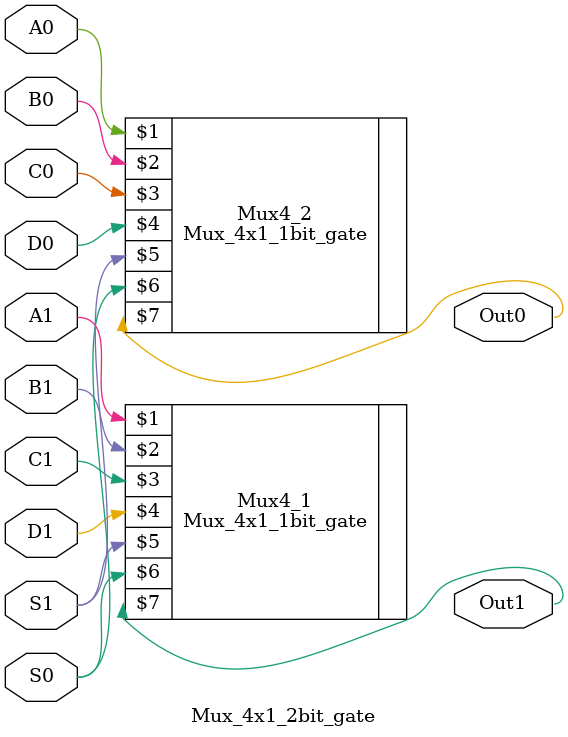
<source format=v>
module Mux_4x1_2bit_gate(A1, A0, B1, B0,C1,C0,D1,D0,S1,S0,Out1,Out0);
    input A1,A0;
    input B1,B0;
    input C1,C0;
    input D1,D0;
    input S1,S0;
    output Out1,Out0;

    Mux_4x1_1bit_gate Mux4_1(A1,B1,C1,D1,S1,S0,Out1);
    Mux_4x1_1bit_gate Mux4_2(A0,B0,C0,D0,S1,S0,Out0);
endmodule
</source>
